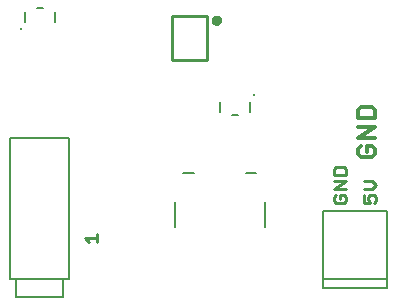
<source format=gto>
G75*
%MOIN*%
%OFA0B0*%
%FSLAX25Y25*%
%IPPOS*%
%LPD*%
%AMOC8*
5,1,8,0,0,1.08239X$1,22.5*
%
%ADD10C,0.01400*%
%ADD11C,0.01000*%
%ADD12C,0.01575*%
%ADD13C,0.00800*%
%ADD14C,0.01000*%
%ADD15C,0.00500*%
D10*
X0151195Y0050508D02*
X0152129Y0049574D01*
X0155866Y0049574D01*
X0156800Y0050508D01*
X0156800Y0052376D01*
X0155866Y0053311D01*
X0153998Y0053311D01*
X0153998Y0051442D01*
X0152129Y0053311D02*
X0151195Y0052376D01*
X0151195Y0050508D01*
X0151195Y0056020D02*
X0156800Y0059756D01*
X0151195Y0059756D01*
X0151195Y0062465D02*
X0151195Y0065267D01*
X0152129Y0066202D01*
X0155866Y0066202D01*
X0156800Y0065267D01*
X0156800Y0062465D01*
X0151195Y0062465D01*
X0151195Y0056020D02*
X0156800Y0056020D01*
D11*
X0147000Y0045584D02*
X0146333Y0046251D01*
X0143664Y0046251D01*
X0142997Y0045584D01*
X0142997Y0043582D01*
X0147000Y0043582D01*
X0147000Y0045584D01*
X0147000Y0041647D02*
X0142997Y0041647D01*
X0142997Y0038978D02*
X0147000Y0041647D01*
X0147000Y0038978D02*
X0142997Y0038978D01*
X0143664Y0037043D02*
X0142997Y0036376D01*
X0142997Y0035041D01*
X0143664Y0034374D01*
X0146333Y0034374D01*
X0147000Y0035041D01*
X0147000Y0036376D01*
X0146333Y0037043D01*
X0144998Y0037043D01*
X0144998Y0035708D01*
X0152997Y0034374D02*
X0154998Y0034374D01*
X0154331Y0035708D01*
X0154331Y0036376D01*
X0154998Y0037043D01*
X0156333Y0037043D01*
X0157000Y0036376D01*
X0157000Y0035041D01*
X0156333Y0034374D01*
X0152997Y0034374D02*
X0152997Y0037043D01*
X0152997Y0038978D02*
X0155666Y0038978D01*
X0157000Y0040312D01*
X0155666Y0041647D01*
X0152997Y0041647D01*
X0100906Y0081949D02*
X0089094Y0081949D01*
X0089094Y0096752D01*
X0100906Y0096752D01*
X0100906Y0081949D01*
X0064185Y0023854D02*
X0064185Y0021185D01*
X0064185Y0022520D02*
X0060182Y0022520D01*
X0061516Y0021185D01*
D12*
X0103071Y0095232D02*
X0103073Y0095288D01*
X0103079Y0095343D01*
X0103089Y0095397D01*
X0103102Y0095451D01*
X0103120Y0095504D01*
X0103141Y0095555D01*
X0103165Y0095605D01*
X0103193Y0095653D01*
X0103225Y0095699D01*
X0103259Y0095743D01*
X0103297Y0095784D01*
X0103337Y0095822D01*
X0103380Y0095857D01*
X0103425Y0095889D01*
X0103473Y0095918D01*
X0103522Y0095944D01*
X0103573Y0095966D01*
X0103625Y0095984D01*
X0103679Y0095998D01*
X0103734Y0096009D01*
X0103789Y0096016D01*
X0103844Y0096019D01*
X0103900Y0096018D01*
X0103955Y0096013D01*
X0104010Y0096004D01*
X0104064Y0095992D01*
X0104117Y0095975D01*
X0104169Y0095955D01*
X0104219Y0095931D01*
X0104267Y0095904D01*
X0104314Y0095874D01*
X0104358Y0095840D01*
X0104400Y0095803D01*
X0104438Y0095763D01*
X0104475Y0095721D01*
X0104508Y0095676D01*
X0104537Y0095630D01*
X0104564Y0095581D01*
X0104586Y0095530D01*
X0104606Y0095478D01*
X0104621Y0095424D01*
X0104633Y0095370D01*
X0104641Y0095315D01*
X0104645Y0095260D01*
X0104645Y0095204D01*
X0104641Y0095149D01*
X0104633Y0095094D01*
X0104621Y0095040D01*
X0104606Y0094986D01*
X0104586Y0094934D01*
X0104564Y0094883D01*
X0104537Y0094834D01*
X0104508Y0094788D01*
X0104475Y0094743D01*
X0104438Y0094701D01*
X0104400Y0094661D01*
X0104358Y0094624D01*
X0104314Y0094590D01*
X0104267Y0094560D01*
X0104219Y0094533D01*
X0104169Y0094509D01*
X0104117Y0094489D01*
X0104064Y0094472D01*
X0104010Y0094460D01*
X0103955Y0094451D01*
X0103900Y0094446D01*
X0103844Y0094445D01*
X0103789Y0094448D01*
X0103734Y0094455D01*
X0103679Y0094466D01*
X0103625Y0094480D01*
X0103573Y0094498D01*
X0103522Y0094520D01*
X0103473Y0094546D01*
X0103425Y0094575D01*
X0103380Y0094607D01*
X0103337Y0094642D01*
X0103297Y0094680D01*
X0103259Y0094721D01*
X0103225Y0094765D01*
X0103193Y0094811D01*
X0103165Y0094859D01*
X0103141Y0094909D01*
X0103120Y0094960D01*
X0103102Y0095013D01*
X0103089Y0095067D01*
X0103079Y0095121D01*
X0103073Y0095176D01*
X0103071Y0095232D01*
D13*
X0105000Y0068065D02*
X0105000Y0064683D01*
X0108943Y0063583D02*
X0111057Y0063583D01*
X0115000Y0064683D02*
X0115000Y0068065D01*
X0113661Y0044366D02*
X0117205Y0044366D01*
X0119961Y0034524D02*
X0119961Y0026256D01*
X0139252Y0031669D02*
X0160906Y0031669D01*
X0160906Y0009031D01*
X0139252Y0009031D01*
X0139252Y0031669D01*
X0139252Y0009031D02*
X0139252Y0006079D01*
X0160906Y0006079D01*
X0160906Y0009031D01*
X0096339Y0044366D02*
X0092795Y0044366D01*
X0090039Y0034524D02*
X0090039Y0026256D01*
X0050000Y0094683D02*
X0050000Y0098065D01*
X0046057Y0099165D02*
X0043943Y0099165D01*
X0040000Y0098065D02*
X0040000Y0094683D01*
D14*
X0038700Y0092374D03*
X0116300Y0070374D03*
D15*
X0037126Y0008874D02*
X0035157Y0008874D01*
X0035157Y0056118D01*
X0054843Y0056118D01*
X0054843Y0008874D01*
X0052874Y0008874D01*
X0052874Y0002969D01*
X0037126Y0002969D01*
X0037126Y0008874D01*
X0052874Y0008874D01*
M02*

</source>
